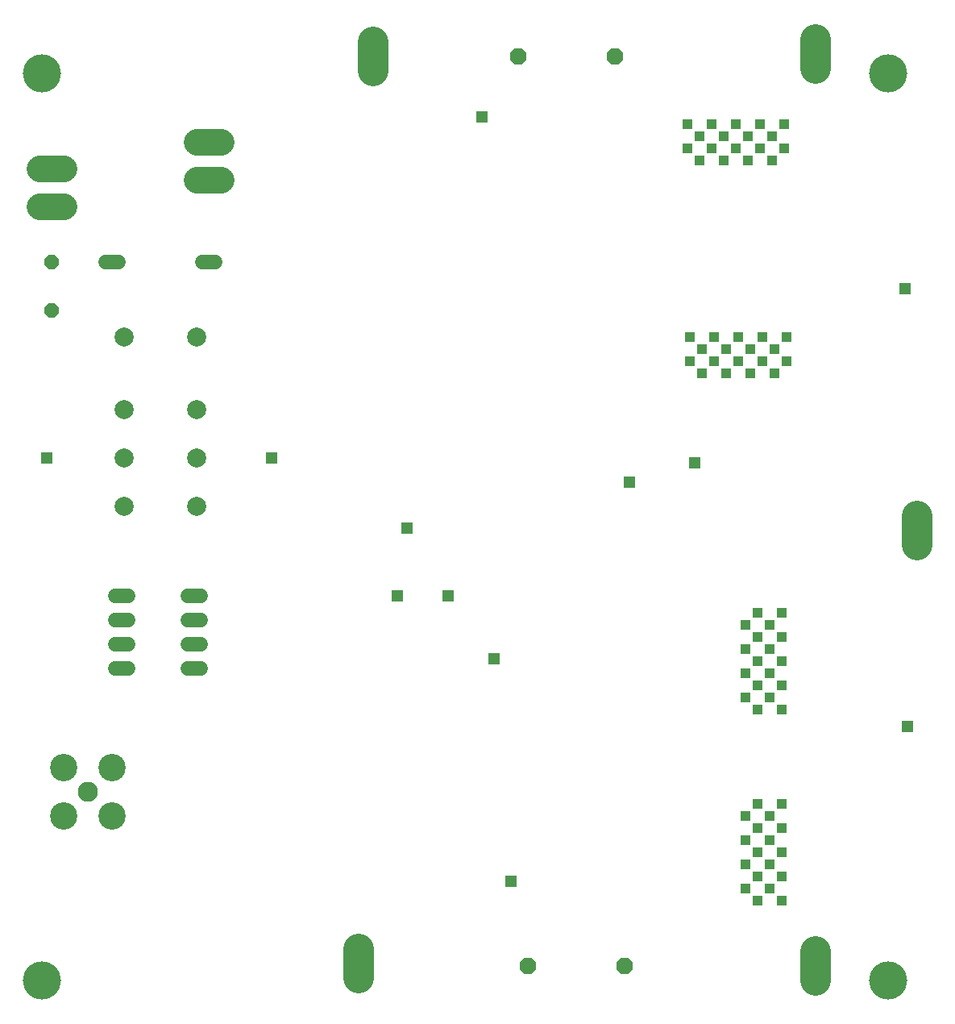
<source format=gbs>
G75*
%MOIN*%
%OFA0B0*%
%FSLAX25Y25*%
%IPPOS*%
%LPD*%
%AMOC8*
5,1,8,0,0,1.08239X$1,22.5*
%
%ADD10C,0.15750*%
%ADD11C,0.10839*%
%ADD12C,0.08300*%
%ADD13C,0.11300*%
%ADD14C,0.06000*%
%ADD15C,0.07887*%
%ADD16R,0.04300X0.04300*%
%ADD17C,0.12650*%
%ADD18OC8,0.06000*%
%ADD19OC8,0.06800*%
%ADD20R,0.04762X0.04762*%
D10*
X0026800Y0026000D03*
X0376800Y0026000D03*
X0376800Y0401000D03*
X0026800Y0401000D03*
D11*
X0025780Y0361795D02*
X0035820Y0361795D01*
X0035820Y0346205D02*
X0025780Y0346205D01*
X0090780Y0357205D02*
X0100820Y0357205D01*
X0100820Y0372795D02*
X0090780Y0372795D01*
D12*
X0045800Y0104000D03*
D13*
X0055839Y0093961D03*
X0055839Y0114039D03*
X0035761Y0114039D03*
X0035761Y0093961D03*
D14*
X0057200Y0155000D02*
X0062400Y0155000D01*
X0062400Y0165000D02*
X0057200Y0165000D01*
X0057200Y0175000D02*
X0062400Y0175000D01*
X0062400Y0185000D02*
X0057200Y0185000D01*
X0087200Y0185000D02*
X0092400Y0185000D01*
X0092400Y0175000D02*
X0087200Y0175000D01*
X0087200Y0165000D02*
X0092400Y0165000D01*
X0092400Y0155000D02*
X0087200Y0155000D01*
X0093200Y0323000D02*
X0098400Y0323000D01*
X0058400Y0323000D02*
X0053200Y0323000D01*
D15*
X0060800Y0292000D03*
X0090800Y0292000D03*
X0090800Y0262000D03*
X0090800Y0242000D03*
X0090800Y0222000D03*
X0060800Y0222000D03*
X0060800Y0242000D03*
X0060800Y0262000D03*
D16*
X0294800Y0282000D03*
X0299800Y0287000D03*
X0294800Y0292000D03*
X0304800Y0292000D03*
X0309800Y0287000D03*
X0304800Y0282000D03*
X0299800Y0277000D03*
X0309800Y0277000D03*
X0314800Y0282000D03*
X0319800Y0287000D03*
X0314800Y0292000D03*
X0324800Y0292000D03*
X0329800Y0287000D03*
X0324800Y0282000D03*
X0319800Y0277000D03*
X0329800Y0277000D03*
X0334800Y0282000D03*
X0334800Y0292000D03*
X0328800Y0365000D03*
X0323800Y0370000D03*
X0318800Y0365000D03*
X0313800Y0370000D03*
X0318800Y0375000D03*
X0313800Y0380000D03*
X0308800Y0375000D03*
X0303800Y0370000D03*
X0298800Y0365000D03*
X0293800Y0370000D03*
X0298800Y0375000D03*
X0293800Y0380000D03*
X0303800Y0380000D03*
X0308800Y0365000D03*
X0323800Y0380000D03*
X0328800Y0375000D03*
X0333800Y0370000D03*
X0333800Y0380000D03*
X0332800Y0178000D03*
X0327800Y0173000D03*
X0332800Y0168000D03*
X0327800Y0163000D03*
X0332800Y0158000D03*
X0327800Y0153000D03*
X0332800Y0148000D03*
X0327800Y0143000D03*
X0332800Y0138000D03*
X0322800Y0138000D03*
X0317800Y0143000D03*
X0322800Y0148000D03*
X0317800Y0153000D03*
X0322800Y0158000D03*
X0317800Y0163000D03*
X0322800Y0168000D03*
X0317800Y0173000D03*
X0322800Y0178000D03*
X0322800Y0099000D03*
X0317800Y0094000D03*
X0322800Y0089000D03*
X0317800Y0084000D03*
X0322800Y0079000D03*
X0317800Y0074000D03*
X0322800Y0069000D03*
X0317800Y0064000D03*
X0322800Y0059000D03*
X0327800Y0064000D03*
X0332800Y0059000D03*
X0332800Y0069000D03*
X0327800Y0074000D03*
X0332800Y0079000D03*
X0327800Y0084000D03*
X0332800Y0089000D03*
X0327800Y0094000D03*
X0332800Y0099000D03*
D17*
X0346800Y0037925D02*
X0346800Y0026075D01*
X0388800Y0206075D02*
X0388800Y0217925D01*
X0346800Y0403075D02*
X0346800Y0414925D01*
X0163800Y0413925D02*
X0163800Y0402075D01*
X0157800Y0038925D02*
X0157800Y0027075D01*
D18*
X0030800Y0303000D03*
X0030800Y0323000D03*
D19*
X0223800Y0408000D03*
X0263800Y0408000D03*
X0267800Y0032000D03*
X0227800Y0032000D03*
D20*
X0220800Y0067000D03*
X0213800Y0159000D03*
X0194800Y0185000D03*
X0173800Y0185000D03*
X0177800Y0213000D03*
X0121800Y0242000D03*
X0028800Y0242000D03*
X0208800Y0383000D03*
X0296800Y0240000D03*
X0269800Y0232000D03*
X0383800Y0312000D03*
X0384800Y0131000D03*
M02*

</source>
